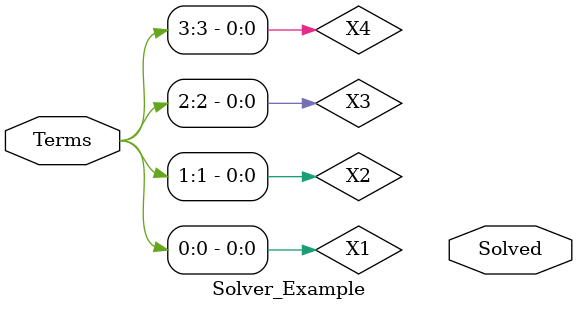
<source format=v>
`timescale 1ns / 1ps


module Solver_Example #(parameter length = 5)(
    input [3:0] Terms,
    output Solved
    );
    
    wire X1, X2, X3, X4;
    assign {X4, X3, X2, X1} = Terms[3:0];
    
    
endmodule

</source>
